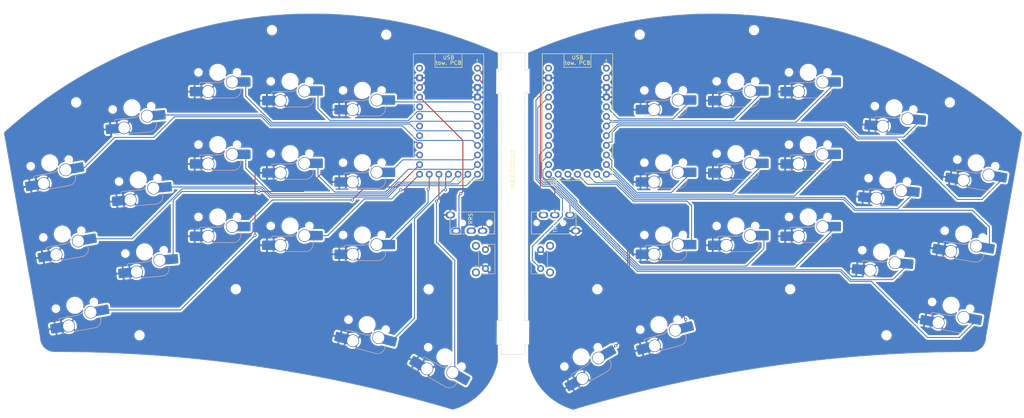
<source format=kicad_pcb>
(kicad_pcb (version 20221018) (generator pcbnew)
  (layers (0 "F.Cu" signal) (31 "B.Cu" signal) (34 "B.Paste" user) (35 "F.Paste" user) (36 "B.SilkS" user "B.Silkscreen") (37 "F.SilkS" user "F.Silkscreen") (38 "B.Mask" user) (39 "F.Mask" user) (44 "Edge.Cuts" user))
  (net 0 "")
  (net 1 "L_GND")
  (net 2 "L_TX")
  (net 3 "L_RX")
  (net 4 "L_VCC")
  (net 5 "L_MX1")
  (net 6 "L_MX2")
  (net 7 "L_MX3")
  (net 8 "L_MX4")
  (net 9 "L_MX5")
  (net 10 "L_MX6")
  (net 11 "L_MX7")
  (net 12 "L_MX8")
  (net 13 "L_MX9")
  (net 14 "L_MX10")
  (net 15 "L_MX11")
  (net 16 "L_MX12")
  (net 17 "L_MX13")
  (net 18 "L_MX14")
  (net 19 "L_MX15")
  (net 20 "L_MX16")
  (net 21 "L_MX17")
  (net 22 "L_RESET")
  (net 28 "R_GND")
  (net 29 "R_TX")
  (net 30 "R_RX")
  (net 31 "R_VCC")
  (net 32 "R_MX5")
  (net 33 "R_MX4")
  (net 34 "R_MX3")
  (net 35 "R_MX2")
  (net 36 "R_MX1")
  (net 37 "R_MX10")
  (net 38 "R_MX9")
  (net 39 "R_MX8")
  (net 40 "R_MX7")
  (net 41 "R_MX6")
  (net 42 "R_MX15")
  (net 43 "R_MX14")
  (net 44 "R_MX13")
  (net 45 "R_MX12")
  (net 46 "R_MX11")
  (net 47 "R_MX17")
  (net 48 "R_MX16")
  (net 49 "R_RESET")
  (footprint "sepp:SW_MX_HS_1u" (layer "F.Cu") (at 188.1069 87.307)
    (fp_text reference "MX28" hide)
    (fp_text value "MX_SW_HS" hide)
  )
  (footprint "sepp:MJ-4PP-9" (layer "F.Cu") (at 153.1334 84.13215 90)
    (fp_text reference "J2" hide)
    (fp_text value "MJ-4PP-9" hide)
  )
  (footprint "sepp:breakaway-mousebites" (layer "F.Cu") (at 152.204 113.015 90)
    (fp_text reference "H9" hide)
    (fp_text value "mousebites" hide)
  )
  (footprint "MountingHole:MountingHole_2.2mm_M2_DIN965" (layer "F.Cu") (at 246.8139 113.73)
    (fp_text reference "H6" hide)
    (fp_text value "MountingHole")
  )
  (footprint "sepp:SW_MX_HS_1u" (layer "F.Cu") (at 248.8135 53.807 -5)
    (fp_text reference "MX21" hide)
    (fp_text value "MX_SW_HS" hide)
  )
  (footprint "MountingHole:MountingHole_2.2mm_M2_DIN965" (layer "F.Cu") (at 126.1983 101.5936)
    (fp_text reference "H4" hide)
    (fp_text value "MountingHole")
  )
  (footprint "sepp:MJ-4PP-9" (layer "F.Cu") (at 143.7101 84.1322 -90)
    (fp_text reference "J1" hide)
    (fp_text value "MJ-4PP-9" hide)
  )
  (footprint "sepp:SW_MX_HS_1u" (layer "F.Cu") (at 188.1069 68.2582)
    (fp_text reference "MX23" hide)
    (fp_text value "MX_SW_HS" hide)
  )
  (footprint "sepp:SW_MX_HS_1u" (layer "F.Cu") (at 108.7369 49.2094)
    (fp_text reference "MX5" hide)
    (fp_text value "MX_SW_HS" hide)
  )
  (footprint "MountingHole:MountingHole_2.2mm_M2_DIN965" (layer "F.Cu") (at 33.3354 52.3842)
    (fp_text reference "H1" hide)
    (fp_text value "MountingHole")
  )
  (footprint "sepp:SW_MX_HS_1u" (layer "F.Cu") (at 130.4869 119.432 -30)
    (fp_text reference "MX17" hide)
    (fp_text value "MX_SW_HS" hide)
  )
  (footprint "MountingHole:MountingHole_2.2mm_M2_DIN965" (layer "F.Cu") (at 84.9259 33.3354)
    (fp_text reference "H5" hide)
    (fp_text value "MountingHole")
  )
  (footprint "sepp:SW_MX_HS_1u" (layer "F.Cu") (at 29.6833 87.071 10)
    (fp_text reference "MX6" hide)
    (fp_text value "MX_SW_HS" hide)
  )
  (footprint "sepp:SW_MX_HS_1u" (layer "F.Cu") (at 89.6881 65.8832)
    (fp_text reference "MX9" hide)
    (fp_text value "MX_SW_HS" hide)
  )
  (footprint "sepp:SW_MX_HS_1u" (layer "F.Cu") (at 89.6881 84.932)
    (fp_text reference "MX14" hide)
    (fp_text value "MX_SW_HS" hide)
  )
  (footprint "sepp:SW_MX_HS_1u" (layer "F.Cu") (at 70.6393 82.557)
    (fp_text reference "MX13" hide)
    (fp_text value "MX_SW_HS" hide)
  )
  (footprint "sepp:top_reset" (layer "F.Cu") (at 156.9454 93.65615 90)
    (fp_text reference "SW2" hide)
    (fp_text value "SW_Push" hide)
  )
  (footprint "MountingHole:MountingHole_2.2mm_M2_DIN965" (layer "F.Cu") (at 50.03 113.73)
    (fp_text reference "H2" hide)
    (fp_text value "MountingHole")
  )
  (footprint "sepp:breakaway-mousebites" (layer "F.Cu") (at 144.621 46.865 -90)
    (fp_text reference "H11" hide)
    (fp_text value "mousebites" hide)
  )
  (footprint "marbastlib-xp-promicroish:Liatris_AH_USBdn" (layer "F.Cu") (at 131.4372 57.3365)
    (fp_text reference "U1" hide)
    (fp_text value "Liatris")
  )
  (footprint "sepp:SW_MX_HS_1u" (layer "F.Cu") (at 270.4595 68.31 -10)
    (fp_text reference "MX22" hide)
    (fp_text value "MX_SW_HS" hide)
  )
  (footprint "sepp:SW_MX_HS_1u" (layer "F.Cu") (at 26.3753 68.31 10)
    (fp_text reference "MX1" hide)
    (fp_text value "MX_SW_HS" hide)
  )
  (footprint "MountingHole:MountingHole_2.2mm_M2_DIN965" (layer "F.Cu") (at 263.5074 52.38415)
    (fp_text reference "H16" hide)
    (fp_text value "MountingHole")
  )
  (footprint "MountingHole:MountingHole_2.2mm_M2_DIN965" (layer "F.Cu") (at 115.03 34.53)
    (fp_text reference "H7" hide)
    (fp_text value "MountingHole")
  )
  (footprint "sepp:SW_MX_HS_1u" (layer "F.Cu") (at 32.9913 105.832 10)
    (fp_text reference "MX11" hide)
    (fp_text value "MX_SW_HS" hide)
  )
  (footprint "sepp:SW_MX_HS_1u" (layer "F.Cu") (at 226.2045 44.4594)
    (fp_text reference "MX20" hide)
    (fp_text value "MX_SW_HS" hide)
  )
  (footprint "sepp:SW_MX_HS_1u" (layer "F.Cu") (at 109.9869 110.932 -15)
    (fp_text reference "MX16" hide)
    (fp_text value "MX_SW_HS" hide)
  )
  (footprint "sepp:SW_MX_HS_1u" (layer "F.Cu") (at 207.1557 65.8832)
    (fp_text reference "MX24" hide)
    (fp_text value "MX_SW_HS" hide)
  )
  (footprint "sepp:SW_MX_HS_1u" (layer "F.Cu") (at 48.0303 53.807 5)
    (fp_text reference "MX2" hide)
    (fp_text value "MX_SW_HS" hide)
  )
  (footprint "MountingHole:MountingHole_2.2mm_M2_DIN965" (layer "F.Cu") (at 211.9174 33.33515)
    (fp_text reference "H15" hide)
    (fp_text value "MountingHole")
  )
  (footprint "sepp:SW_MX_HS_1u" (layer "F.Cu") (at 226.2045 63.5082)
    (fp_text reference "MX25" hide)
    (fp_text value "MX_SW_HS" hide)
  )
  (footprint "sepp:SW_MX_HS_1u" (layer "F.Cu") (at 70.6393 44.4594)
    (fp_text reference "MX3" hide)
    (fp_text value "MX_SW_HS" hide)
  )
  (footprint "sepp:SW_MX_HS_1u" (layer "F.Cu") (at 267.1515 87.071 -10)
    (fp_text reference "MX27" hide)
    (fp_text value "MX_SW_HS" hide)
  )
  (footprint "sepp:SW_MX_HS_1u" (layer "F.Cu") (at 207.1557 84.932)
    (fp_text reference "MX29" hide)
    (fp_text value "MX_SW_HS" hide)
  )
  (footprint "sepp:SW_MX_HS_1u" (layer "F.Cu") (at 49.6903 72.785 5)
    (fp_text reference "MX7" hide)
    (fp_text value "MX_SW_HS" hide)
  )
  (footprint "sepp:SW_MX_HS_1u" (layer "F.Cu") (at 51.3503 91.763 5)
    (fp_text reference "MX12" hide)
    (fp_text value "MX_SW_HS" hide)
  )
  (footprint "sepp:SW_MX_HS_1u" (layer "F.Cu") (at 245.4935 91.763 -5)
    (fp_text reference "MX31" hide)
    (fp_text value "MX_SW_HS" hide)
  )
  (footprint "MountingHole:MountingHole_2.2mm_M2_DIN965" (layer "F.Cu") (at 181.8134 34.53015)
    (fp_text reference "H12" hide)
    (fp_text value "MountingHole")
  )
  (footprint "marbastlib-xp-promicroish:Liatris_AH_USBdn" (layer "F.Cu") (at 165.4064 57.33615)
    (fp_text reference "U2")
    (fp_text value "Liatris")
  )
  (footprint "sepp:SW_MX_HS_1u" (layer "F.Cu") (at 226.2045 82.557)
    (fp_text reference "MX30" hide)
    (fp_text value "MX_SW_HS" hide)
  )
  (footprint "sepp:SW_MX_HS_1u" (layer "F.Cu") (at 166.3569 119.432 30)
    (fp_text reference "MX33" hide)
    (fp_text value "MX_SW_HS" hide)
  )
  (footprint "sepp:SW_MX_HS_1u" (layer "F.Cu") (at 188.1064 49.20915)
    (fp_text reference "MX18" hide)
    (fp_text value "MX_SW_HS" hide)
  )
  (footprint "sepp:SW_MX_HS_1u" (layer "F.Cu") (at 89.6881 46.8344)
    (fp_text reference "MX4" hide)
    (fp_text value "MX_SW_HS" hide)
  )
  (footprint "sepp:SW_MX_HS_1u" (layer "F.Cu") (at 263.8435 105.832 -10)
    (fp_text reference "MX32" hide)
    (fp_text value "MX_SW_HS" hide)
  )
  (footprint "sepp:SW_MX_HS_1u" (layer "F.Cu") (at 247.1535 72.785 -5)
    (fp_text reference "MX26" hide)
    (fp_text value "MX_SW_HS" hide)
  )
  (footprint "MountingHole:MountingHole_2.2mm_M2_DIN965" (layer "F.Cu") (at 170.6449 101.594)
    (fp_text reference "H18" hide)
    (fp_text value "MountingHole")
  )
  (footprint "MountingHole:MountingHole_2.2mm_M2_DIN965" (layer "F.Cu") (at 221.4419 101.594)
    (fp_text reference "H14" hide)
    (fp_text value "MountingHole")
  )
  (footprint "sepp:top_reset" (layer "F.Cu") (at 139.8986 93.6566 -90)
    (fp_text reference "SW1" hide)
    (fp_text value "SW_Push" hide)
  )
  (footprint "sepp:SW_MX_HS_1u" (layer "F.Cu") (at 108.7369 68.2582)
    (fp_text reference "MX10" hide)
    (fp_text value "MX_SW_HS" hide)
  )
  (footprint "sepp:SW_MX_HS_1u" (layer "F.Cu") (at 186.8569 110.932 15)
    (fp_text reference "MX34" hide)
    (fp_text value "MX_SW_HS" hide)
  )
  (footprint "sepp:SW_MX_HS_1u" (layer "F.Cu") (at 70.6393 63.5082)
    (fp_text reference "MX8" hide)
    (fp_text value "MX_SW_HS" hide)
  )
  (footprint "sepp:SW_MX_HS_1u" (layer "F.Cu") (at 108.7369 87.307)
    (fp_text reference "MX15" hide)
    (fp_text value "MX_SW_HS" hide)
  )
  (footprint "sepp:breakaway-mousebites" (layer "F.Cu") (at 144.621 113.01 -90)
    (fp_text reference "H10" hide)
    (fp_text value "mousebites" hide)
  )
  (footprint "MountingHole:MountingHole_2.2mm_M2_DIN965" (layer "F.Cu") (at 75.4015 101.5936)
    (fp_text reference "H3" hide)
    (fp_text value "MountingHole")
  )
  (footprint "sepp:breakaway-mousebites" (layer "F.Cu") (at 152.279 46.865 90)
    (fp_text reference "H8" hide)
    (fp_text value "mousebites" hide)
  )
  (footprint "sepp:SW_MX_HS_1u" (layer "F.Cu") (at 207.1557 46.8344)
    (fp_text reference "MX19" hide)
    (fp_text value "MX_SW_HS" hide)
  )
  (gr_line (start 151.5688 116.05) (end 152.387 116.05) (stroke (width 0.1)) (layer "Edge.Cuts"))
  (gr_line (start 151.5688 116.05) (end 151.5688 118.775) (stroke (width 0.1)) (layer "Edge.Cuts"))
  (gr_arc (start 164.2959 133.3416) (mid 156.574248 128.650346) (end 152.3904 120.6424) (stroke (width 0.1)) (layer "Edge.Cuts"))
  (gr_arc (start 152.3904 39.28815) (mid 220.589328 30.52367) (end 282.557199 60.3212) (stroke (width 0.1)) (layer "Edge.Cuts"))
  (gr_line (start 151.5688 109.925) (end 151.5597 49.875) (stroke (width 0.1)) (layer "Edge.Cuts"))
  (gr_line (start 145.2682 118.775) (end 151.5688 118.775) (stroke (width 0.1)) (layer "Edge.Cuts"))
  (gr_line (start 151.5688 109.925) (end 152.387 109.925) (stroke (width 0.1)) (layer "Edge.Cuts"))
  (gr_line (start 273.0328 114.2928) (end 282.5572 60.3212) (stroke (width 0.1)) (layer "Edge.Cuts"))
  (gr_arc (start 14.286601 60.3212) (mid 76.254472 30.52367) (end 144.4534 39.28815) (stroke (width 0.1)) (layer "Edge.Cuts"))
  (gr_line (start 144.4568 43.88055) (end 145.275 43.88055) (stroke (width 0.1)) (layer "Edge.Cuts"))
  (gr_arc (start 27.7795 118.125122) (mid 80.714005 121.944401) (end 132.5479 133.3416) (stroke (width 0.1)) (layer "Edge.Cuts"))
  (gr_line (start 145.275 39.275) (end 151.5756 39.275) (stroke (width 0.1)) (layer "Edge.Cuts"))
  (gr_line (start 144.4568 43.88055) (end 144.4534 39.28815) (stroke (width 0.1)) (layer "Edge.Cuts"))
  (gr_line (start 144.475 109.925) (end 144.4659 49.875) (stroke (width 0.1)) (layer "Edge.Cuts"))
  (gr_line (start 144.4659 49.875) (end 145.2841 49.875) (stroke (width 0.1)) (layer "Edge.Cuts"))
  (gr_line (start 145.275 39.275) (end 145.275 43.88055) (stroke (width 0.1)) (layer "Edge.Cuts"))
  (gr_line (start 151.5756 43.88055) (end 152.3938 43.88055) (stroke (width 0.1)) (layer "Edge.Cuts"))
  (gr_line (start 144.4534 120.6424) (end 144.45 116.05) (stroke (width 0.1)) (layer "Edge.Cuts"))
  (gr_arc (start 27.7795 118.125122) (mid 24.97481 117.058553) (end 23.811 114.2928) (stroke (width 0.1)) (layer "Edge.Cuts"))
  (gr_line (start 145.2682 116.05) (end 145.2682 118.775) (stroke (width 0.1)) (layer "Edge.Cuts"))
  (gr_line (start 152.387 109.925) (end 152.3779 49.875) (stroke (width 0.1)) (layer "Edge.Cuts"))
  (gr_arc (start 164.2959 133.3416) (mid 216.129795 121.944401) (end 269.0643 118.125122) (stroke (width 0.1)) (layer "Edge.Cuts"))
  (gr_arc (start 273.0328 114.2928) (mid 271.868989 117.058554) (end 269.0643 118.125122) (stroke (width 0.1)) (layer "Edge.Cuts"))
  (gr_line (start 144.45 116.05) (end 145.2682 116.05) (stroke (width 0.1)) (layer "Edge.Cuts"))
  (gr_line (start 151.5597 49.875) (end 152.3779 49.875) (stroke (width 0.1)) (layer "Edge.Cuts"))
  (gr_line (start 152.3904 120.6424) (end 152.387 116.05) (stroke (width 0.1)) (layer "Edge.Cuts"))
  (gr_line (start 151.5756 39.275) (end 151.5756 43.88055) (stroke (width 0.1)) (layer "Edge.Cuts"))
  (gr_arc (start 144.4534 120.6424) (mid 140.269554 128.650344) (end 132.5479 133.3416) (stroke (width 0.1)) (layer "Edge.Cuts"))
  (gr_line (start 144.475 109.925) (end 145.2932 109.925) (stroke (width 0.1)) (layer "Edge.Cuts"))
  (gr_line (start 145.2932 109.925) (end 145.2841 49.875) (stroke (width 0.1)) (layer "Edge.Cuts"))
  (gr_line (start 14.2866 60.3212) (end 23.811 114.2928) (stroke (width 0.1)) (layer "Edge.Cuts"))
  (gr_line (start 152.3938 43.88055) (end 152.3904 39.28815) (stroke (width 0.1)) (layer "Edge.Cuts"))
  (gr_text "JLCJLCJLCJLC" (at 148.9 75.075 90) (layer "F.SilkS") (effects (font (size 1 1)) (justify left bottom)))
  (segment (start 140.4101 86.2322) (end 140.4101 83.868596) (width 0.25) (layer "F.Cu") (net 2))
  (segment (start 140.4693 46.682204) (end 140.4693 44.7786) (width 0.25) (layer "F.Cu") (net 2))
  (segment (start 142.7193 48.932204) (end 140.4693 46.682204) (width 0.25) (layer "F.Cu") (net 2))
  (segment (start 142.7193 81.559396) (end 142.7193 48.932204) (width 0.25) (layer "F.Cu") (net 2))
  (segment (start 140.4693 44.7786) (end 139.0572 43.3665) (width 0.25) (layer "F.Cu") (net 2))
  (segment (start 140.4101 83.868596) (end 142.7193 81.559396) (width 0.25) (layer "F.Cu") (net 2))
  (segment (start 142.2693 81.373) (end 142.2693 49.1186) (width 0.25) (layer "F.Cu") (net 3))
  (segment (start 142.2693 49.1186) (end 139.0572 45.9065) (width 0.25) (layer "F.Cu") (net 3))
  (segment (start 137.4101 86.2322) (end 142.2693 81.373) (width 0.25) (layer "F.Cu") (net 3))
  (segment (start 135.2022 75.8671) (end 135.2022 62.3715) (width 0.25) (layer "F.Cu") (net 4))
  (segment (start 135.2022 62.3715) (end 123.8172 50.9865) (width 0.25) (layer "F.Cu") (net 4))
  (segment (start 134.6693 76.4) (end 135.2022 75.8671) (width 0.25) (layer "F.Cu") (net 4))
  (via (at 134.6693 76.4) (size 0.8) (drill 0.4) (layers "F.Cu" "B.Cu") (net 4))
  (segment (start 134.173189 85.469111) (end 134.173189 76.896111) (width 0.25) (layer "B.Cu") (net 4))
  (segment (start 134.173189 76.896111) (end 134.6693 76.4) (width 0.25) (layer "B.Cu") (net 4))
  (segment (start 133.4101 86.2322) (end 134.173189 85.469111) (width 0.25) (layer "B.Cu") (net 4))
  (segment (start 123.1693 62.4) (end 137.7707 62.4) (width 0.25) (layer "B.Cu") (net 5))
  (segment (start 35.535939 69.533361) (end 43.4693 61.6) (width 0.25) (layer "B.Cu") (net 5))
  (segment (start 119.3193 58.55) (end 123.1693 62.4) (width 0.25) (layer "B.Cu") (net 5))
  (segment (start 137.7707 62.4) (end 139.0572 63.6865) (width 0.25) (layer "B.Cu") (net 5))
  (segment (start 84.546508 58.55) (end 119.3193 58.55) (width 0.25) (layer "B.Cu") (net 5))
  (segment (start 34.064551 69.533361) (end 35.535939 69.533361) (width 0.25) (layer "B.Cu") (net 5))
  (segment (start 82.142376 56.145868) (end 84.546508 58.55) (width 0.25) (layer "B.Cu") (net 5))
  (segment (start 59.2693 56.145868) (end 82.142376 56.145868) (width 0.25) (layer "B.Cu") (net 5))
  (segment (start 43.4693 61.6) (end 53.815168 61.6) (width 0.25) (layer "B.Cu") (net 5))
  (segment (start 53.815168 61.6) (end 59.2693 56.145868) (width 0.25) (layer "B.Cu") (net 5))
  (segment (start 55.583669 55.695868) (end 82.328772 55.695868) (width 0.25) (layer "B.Cu") (net 6))
  (segment (start 121.31644 58.1) (end 123.06644 59.85) (width 0.25) (layer "B.Cu") (net 6))
  (segment (start 82.328772 55.695868) (end 84.732904 58.1) (width 0.25) (layer "B.Cu") (net 6))
  (segment (start 123.06644 59.85) (end 137.7607 59.85) (width 0.25) (layer "B.Cu") (net 6))
  (segment (start 84.732904 58.1) (end 121.31644 58.1) (width 0.25) (layer "B.Cu") (net 6))
  (segment (start 137.7607 59.85) (end 139.0572 61.1465) (width 0.25) (layer "B.Cu") (net 6))
  (segment (start 77.9993 46.9994) (end 77.9993 50.73) (width 0.25) (layer "B.Cu") (net 7))
  (segment (start 121.439428 57.35) (end 137.8007 57.35) (width 0.25) (layer "B.Cu") (net 7))
  (segment (start 137.8007 57.35) (end 139.0572 58.6065) (width 0.25) (layer "B.Cu") (net 7))
  (segment (start 77.9993 50.73) (end 84.9193 57.65) (width 0.25) (layer "B.Cu") (net 7))
  (segment (start 84.9193 57.65) (end 121.139428 57.65) (width 0.25) (layer "B.Cu") (net 7))
  (segment (start 121.139428 57.65) (end 121.439428 57.35) (width 0.25) (layer "B.Cu") (net 7))
  (segment (start 97.0481 53.9788) (end 100.2693 57.2) (width 0.25) (layer "B.Cu") (net 8))
  (segment (start 137.7907 54.8) (end 139.0572 56.0665) (width 0.25) (layer "B.Cu") (net 8))
  (segment (start 123.2193 54.8) (end 137.7907 54.8) (width 0.25) (layer "B.Cu") (net 8))
  (segment (start 120.8193 57.2) (end 123.2193 54.8) (width 0.25) (layer "B.Cu") (net 8))
  (segment (start 97.0481 49.3744) (end 97.0481 53.9788) (width 0.25) (layer "B.Cu") (net 8))
  (segment (start 100.2693 57.2) (end 120.8193 57.2) (width 0.25) (layer "B.Cu") (net 8))
  (segment (start 137.7807 52.25) (end 139.0572 53.5265) (width 0.25) (layer "B.Cu") (net 9))
  (segment (start 116.5975 52.25) (end 137.7807 52.25) (width 0.25) (layer "B.Cu") (net 9))
  (segment (start 116.0969 51.7494) (end 116.5975 52.25) (width 0.25) (layer "B.Cu") (net 9))
  (segment (start 82.120376 75.123868) (end 84.346508 77.35) (width 0.25) (layer "B.Cu") (net 10))
  (segment (start 136.0637 74.3) (end 139.0572 71.3065) (width 0.25) (layer "B.Cu") (net 10))
  (segment (start 61.2693 75.123868) (end 82.120376 75.123868) (width 0.25) (layer "B.Cu") (net 10))
  (segment (start 37.372551 88.294361) (end 48.098807 88.294361) (width 0.25) (layer "B.Cu") (net 10))
  (segment (start 115.41222 77.35) (end 118.46222 74.3) (width 0.25) (layer "B.Cu") (net 10))
  (segment (start 118.46222 74.3) (end 136.0637 74.3) (width 0.25) (layer "B.Cu") (net 10))
  (segment (start 84.346508 77.35) (end 115.41222 77.35) (width 0.25) (layer "B.Cu") (net 10))
  (segment (start 48.098807 88.294361) (end 61.2693 75.123868) (width 0.25) (layer "B.Cu") (net 10))
  (segment (start 82.306772 74.673868) (end 84.532904 76.9) (width 0.25) (layer "B.Cu") (net 11))
  (segment (start 84.532904 76.9) (end 115.225824 76.9) (width 0.25) (layer "B.Cu") (net 11))
  (segment (start 115.225824 76.9) (end 118.275824 73.85) (width 0.25) (layer "B.Cu") (net 11))
  (segment (start 133.9737 73.85) (end 136.5172 71.3065) (width 0.25) (layer "B.Cu") (net 11))
  (segment (start 118.275824 73.85) (end 133.9737 73.85) (width 0.25) (layer "B.Cu") (net 11))
  (segment (start 57.243669 74.673868) (end 82.306772 74.673868) (width 0.25) (layer "B.Cu") (net 11))
  (segment (start 118.089428 73.4) (end 131.8837 73.4) (width 0.25) (layer "B.Cu") (net 12))
  (segment (start 84.7193 76.45) (end 115.039428 76.45) (width 0.25) (layer "B.Cu") (net 12))
  (segment (start 131.8837 73.4) (end 133.9772 71.3065) (width 0.25) (layer "B.Cu") (net 12))
  (segment (start 77.9993 66.0482) (end 77.9993 69.73) (width 0.25) (layer "B.Cu") (net 12))
  (segment (start 77.9993 69.73) (end 84.7193 76.45) (width 0.25) (layer "B.Cu") (net 12))
  (segment (start 115.039428 76.45) (end 118.089428 73.4) (width 0.25) (layer "B.Cu") (net 12))
  (segment (start 97.0481 68.4232) (end 97.0481 71.5788) (width 0.25) (layer "B.Cu") (net 13))
  (segment (start 97.0481 71.5788) (end 101.4693 76) (width 0.25) (layer "B.Cu") (net 13))
  (segment (start 120.853032 70) (end 137.8237 70) (width 0.25) (layer "B.Cu") (net 13))
  (segment (start 114.853032 76) (end 120.853032 70) (width 0.25) (layer "B.Cu") (net 13))
  (segment (start 137.8237 70) (end 139.0572 68.7665) (width 0.25) (layer "B.Cu") (net 13))
  (segment (start 101.4693 76) (end 114.853032 76) (width 0.25) (layer "B.Cu") (net 13))
  (segment (start 116.0969 70.7982) (end 119.3951 67.5) (width 0.25) (layer "B.Cu") (net 14))
  (segment (start 137.7837 67.5) (end 139.0572 66.2265) (width 0.25) (layer "B.Cu") (net 14))
  (segment (start 119.3951 67.5) (end 137.7837 67.5) (width 0.25) (layer "B.Cu") (net 14))
  (segment (start 122.9307 62.8) (end 123.8172 63.6865) (width 0.25) (layer "F.Cu") (net 15))
  (segment (start 80.4693 64.8) (end 82.4693 62.8) (width 0.25) (layer "F.Cu") (net 15))
  (segment (start 80.4693 87.4) (end 80.4693 64.8) (width 0.25) (layer "F.Cu") (net 15))
  (segment (start 82.4693 62.8) (end 122.9307 62.8) (width 0.25) (layer "F.Cu") (net 15))
  (via (at 80.4693 87.4) (size 0.8) (drill 0.4) (layers "F.Cu" "B.Cu") (net 15))
  (segment (start 40.680551 107.055361) (end 60.813939 107.055361) (width 0.25) (layer "B.Cu") (net 15))
  (segment (start 60.813939 107.055361) (end 80.4693 87.4) (width 0.25) (layer "B.Cu") (net 15))
  (segment (start 118.6958 66.2265) (end 123.8172 66.2265) (width 0.25) (layer "F.Cu") (net 16))
  (segment (start 117.6693 65.2) (end 118.6958 66.2265) (width 0.25) (layer "F.Cu") (net 16))
  (segment (start 93.220932 75.848368) (end 103.8693 65.2) (width 0.25) (layer "F.Cu") (net 16))
  (segment (start 81.4693 75.848368) (end 93.220932 75.848368) (width 0.25) (layer "F.Cu") (net 16))
  (segment (start 103.8693 65.2) (end 117.6693 65.2) (width 0.25) (layer "F.Cu") (net 16))
  (via (at 81.4693 75.848368) (size 0.8) (drill 0.4) (layers "F.Cu" "B.Cu") (net 16))
  (segment (start 58.903669 93.651868) (end 58.903669 78.125895) (width 0.25) (layer "B.Cu") (net 16))
  (segment (start 58.903669 78.125895) (end 59.949432 77.080132) (width 0.25) (layer "B.Cu") (net 16))
  (segment (start 59.949432 77.080132) (end 61.181196 75.848368) (width 0.25) (layer "B.Cu") (net 16))
  (segment (start 61.181196 75.848368) (end 81.4693 75.848368) (width 0.25) (layer "B.Cu") (net 16))
  (segment (start 106.0693 78.0745) (end 109.4688 74.675) (width 0.25) (layer "F.Cu") (net 17))
  (segment (start 117.9087 74.675) (end 123.8172 68.7665) (width 0.25) (layer "F.Cu") (net 17))
  (segment (start 109.4688 74.675) (end 117.9087 74.675) (width 0.25) (layer "F.Cu") (net 17))
  (via (at 106.0693 78.0745) (size 0.8) (drill 0.4) (layers "F.Cu" "B.Cu") (net 17))
  (segment (start 77.9993 85.097) (end 85.0218 78.0745) (width 0.25) (layer "B.Cu") (net 17))
  (segment (start 85.0218 78.0745) (end 106.0693 78.0745) (width 0.25) (layer "B.Cu") (net 17))
  (segment (start 119.7237 75.4) (end 123.8172 71.3065) (width 0.25) (layer "F.Cu") (net 18))
  (segment (start 118.8693 75.4) (end 119.7237 75.4) (width 0.25) (layer "F.Cu") (net 18))
  (via (at 118.8693 75.4) (size 0.8) (drill 0.4) (layers "F.Cu" "B.Cu") (net 18))
  (segment (start 109.2693 77.8) (end 116.4693 77.8) (width 0.25) (layer "B.Cu") (net 18))
  (segment (start 116.4693 77.8) (end 118.8693 75.4) (width 0.25) (layer "B.Cu") (net 18))
  (segment (start 99.5973 87.472) (end 109.2693 77.8) (width 0.25) (layer "B.Cu") (net 18))
  (segment (start 97.0481 87.472) (end 99.5973 87.472) (width 0.25) (layer "B.Cu") (net 18))
  (segment (start 126.0693 75.2) (end 126.3572 74.9121) (width 0.25) (layer "F.Cu") (net 19))
  (segment (start 126.3572 74.9121) (end 126.3572 71.3065) (width 0.25) (layer "F.Cu") (net 19))
  (via (at 126.0693 75.2) (size 0.8) (drill 0.4) (layers "F.Cu" "B.Cu") (net 19))
  (segment (start 126.0693 78.8) (end 126.0693 75.2) (width 0.25) (layer "B.Cu") (net 19))
  (segment (start 116.0969 89.847) (end 116.0969 88.7724) (width 0.25) (layer "B.Cu") (net 19))
  (segment (start 116.0969 88.7724) (end 125.4693 79.4) (width 0.25) (layer "B.Cu") (net 19))
  (segment (start 125.4693 79.4) (end 126.0693 78.8) (width 0.25) (layer "B.Cu") (net 19))
  (segment (start 130.6693 75.4) (end 130.6693 72.0744) (width 0.25) (layer "F.Cu") (net 20))
  (segment (start 130.6693 72.0744) (end 131.4372 71.3065) (width 0.25) (layer "F.Cu") (net 20))
  (via (at 130.6693 75.4) (size 0.8) (drill 0.4) (layers "F.Cu" "B.Cu") (net 20))
  (segment (start 122.4693 83.036396) (end 126.087498 79.418198) (width 0.25) (layer "B.Cu") (net 20))
  (segment (start 122.4693 98.6) (end 122.4693 83.036396) (width 0.25) (layer "B.Cu") (net 20))
  (segment (start 116.438714 115.29036) (end 122.4693 109.259774) (width 0.25) (layer "B.Cu") (net 20))
  (segment (start 130.105696 75.4) (end 130.6693 75.4) (width 0.25) (layer "B.Cu") (net 20))
  (segment (start 122.4693 109.259774) (end 122.4693 98.6) (width 0.25) (layer "B.Cu") (net 20))
  (segment (start 126.087498 79.418198) (end 130.105696 75.4) (width 0.25) (layer "B.Cu") (net 20))
  (segment (start 128.2693 78.4) (end 128.8972 77.7721) (width 0.25) (layer "F.Cu") (net 21))
  (segment (start 128.8972 77.7721) (end 128.8972 71.3065) (width 0.25) (layer "F.Cu") (net 21))
  (via (at 128.2693 78.4) (size 0.8) (drill 0.4) (layers "F.Cu" "B.Cu") (net 21))
  (segment (start 133.0693 94) (end 128.4693 89.4) (width 0.25) (layer "B.Cu") (net 21))
  (segment (start 128.2693 89.2) (end 128.2693 78.4) (width 0.25) (layer "B.Cu") (net 21))
  (segment (start 135.590847 125.311705) (end 133.0693 122.790158) (width 0.25) (layer "B.Cu") (net 21))
  (segment (start 128.4693 89.4) (end 128.2693 89.2) (width 0.25) (layer "B.Cu") (net 21))
  (segment (start 133.0693 122.790158) (end 133.0693 94) (width 0.25) (layer "B.Cu") (net 21))
  (segment (start 141.246396 44.9193) (end 140.498198 44.171102) (width 0.25) (layer "F.Cu") (net 22))
  (segment (start 140.498198 42.628898) (end 139.4693 41.6) (width 0.25) (layer "F.Cu") (net 22))
  (segment (start 143.1693 48.745808) (end 141.246396 46.822904) (width 0.25) (layer "F.Cu") (net 22))
  (segment (start 141.246396 46.822904) (end 141.246396 44.9193) (width 0.25) (layer "F.Cu") (net 22))
  (segment (start 140.498198 44.171102) (end 140.498198 42.628898) (width 0.25) (layer "F.Cu") (net 22))
  (segment (start 130.6637 41.6) (end 123.8172 48.4465) (width 0.25) (layer "F.Cu") (net 22))
  (segment (start 143.1693 81.5) (end 143.1693 48.745808) (width 0.25) (layer "F.Cu") (net 22))
  (segment (start 143.4693 81.8) (end 143.1693 81.5) (width 0.25) (layer "F.Cu") (net 22))
  (segment (start 139.4693 41.6) (end 130.6637 41.6) (width 0.25) (layer "F.Cu") (net 22))
  (segment (start 141.1486 91.1566) (end 143.4693 88.8359) (width 0.25) (layer "F.Cu") (net 22))
  (segment (start 143.4693 88.8359) (end 143.4693 81.8) (width 0.25) (layer "F.Cu") (net 22))
  (segment (start 174.58 44.35255) (end 173.0264 45.90615) (width 0.25) (layer "F.Cu") (net 29))
  (segment (start 155.63 42.653604) (end 156.983604 41.3) (width 0.25) (layer "F.Cu") (net 29))
  (segment (start 173.18 41.3) (end 174.58 42.7) (width 0.25) (layer "F.Cu") (net 29))
  (segment (start 155.63 74.57) (end 155.63 42.653604) (width 0.25) (layer "F.Cu") (net 29))
  (segment (start 154.21 75.99) (end 155.63 74.57) (width 0.25) (layer "F.Cu") (net 29))
  (segment (start 156.4334 82.03215) (end 154.21 79.80875) (width 0.25) (layer "F.Cu") (net 29))
  (segment (start 156.983604 41.3) (end 173.18 41.3) (width 0.25) (layer "F.Cu") (net 29))
  (segment (start 154.21 79.80875) (end 154.21 75.99) (width 0.25) (layer "F.Cu") (net 29))
  (segment (start 174.58 42.7) (end 174.58 44.35255) (width 0.25) (layer "F.Cu") (net 29))
  (segment (start 156.08 71.93) (end 159.4334 75.2834) (width 0.25) (layer "F.Cu") (net 30))
  (segment (start 159.4334 75.2834) (end 159.4334 82.03215) (width 0.25) (layer "F.Cu") (net 30))
  (segment (start 157.17 41.75) (end 156.08 42.84) (width 0.25) (layer "F.Cu") (net 30))
  (segment (start 171.41025 41.75) (end 157.17 41.75) (width 0.25) (layer "F.Cu") (net 30))
  (segment (start 156.08 42.84) (end 156.08 71.93) (width 0.25) (layer "F.Cu") (net 30))
  (segment (start 173.0264 43.36615) (end 171.41025 41.75) (width 0.25) (layer "F.Cu") (net 30))
  (segment (start 163.4334 79.038984) (end 158.444416 74.05) (width 0.25) (layer "B.Cu") (net 31))
  (segment (start 156.437208 74.05) (end 154.92 72.532792) (width 0.25) (layer "B.Cu") (net 31))
  (segment (start 154.92 72.532792) (end 154.92 53.85255) (width 0.25) (layer "B.Cu") (net 31))
  (segment (start 163.4334 82.03215) (end 163.4334 79.038984) (width 0.25) (layer "B.Cu") (net 31))
  (segment (start 154.92 53.85255) (end 157.7864 50.98615) (width 0.25) (layer "B.Cu") (net 31))
  (segment (start 158.444416 74.05) (end 156.437208 74.05) (width 0.25) (layer "B.Cu") (net 31))
  (segment (start 190.50555 56.71) (end 176.21025 56.71) (width 0.25) (layer "B.Cu") (net 32))
  (segment (start 195.4664 51.74915) (end 190.50555 56.71) (width 0.25) (layer "B.Cu") (net 32))
  (segment (start 176.21025 56.71) (end 173.0264 53.52615) (width 0.25) (layer "B.Cu") (net 32))
  (segment (start 174.12025 57.16) (end 173.0264 56.06615) (width 0.25) (layer "B.Cu") (net 33))
  (segment (start 214.5157 49.3744) (end 206.7301 57.16) (width 0.25) (layer "B.Cu") (net 33))
  (segment (start 206.7301 57.16) (end 174.12025 57.16) (width 0.25) (layer "B.Cu") (net 33))
  (segment (start 233.5645 46.9994) (end 222.9539 57.61) (width 0.25) (layer "B.Cu") (net 34))
  (segment (start 174.02255 57.61) (end 173.0264 58.60615) (width 0.25) (layer "B.Cu") (net 34))
  (segment (start 222.9539 57.61) (end 174.02255 57.61) (width 0.25) (layer "B.Cu") (net 34))
  (segment (start 239.46 61.53) (end 235.99 58.06) (width 0.25) (layer "B.Cu") (net 35))
  (segment (start 251.372918 61.53) (end 239.46 61.53) (width 0.25) (layer "B.Cu") (net 35))
  (segment (start 235.99 58.06) (end 176.11255 58.06) (width 0.25) (layer "B.Cu") (net 35))
  (segment (start 255.924117 56.978801) (end 251.372918 61.53) (width 0.25) (layer "B.Cu") (net 35))
  (segment (start 176.11255 58.06) (end 173.0264 61.14615) (width 0.25) (layer "B.Cu") (net 35))
  (segment (start 271.98 77.96) (end 265.53 77.96) (width 0.25) (layer "B.Cu") (net 36))
  (segment (start 265.53 77.96) (end 249.55 61.98) (width 0.25) (layer "B.Cu") (net 36))
  (segment (start 176.298946 58.51) (end 174.55 60.258946) (width 0.25) (layer "B.Cu") (net 36))
  (segment (start 277.266619 72.089462) (end 277.266619 72.673381) (width 0.25) (layer "B.Cu") (net 36))
  (segment (start 249.55 61.98) (end 239.26 61.98) (width 0.25) (layer "B.Cu") (net 36))
  (segment (start 173.88255 62.83) (end 173.0264 63.68615) (width 0.25) (layer "B.Cu") (net 36))
  (segment (start 174.55 60.258946) (end 174.55 62.83) (width 0.25) (layer "B.Cu") (net 36))
  (segment (start 235.79 58.51) (end 176.298946 58.51) (width 0.25) (layer "B.Cu") (net 36))
  (segment (start 277.266619 72.673381) (end 271.98 77.96) (width 0.25) (layer "B.Cu") (net 36))
  (segment (start 174.55 62.83) (end 173.88255 62.83) (width 0.25) (layer "B.Cu") (net 36))
  (segment (start 239.26 61.98) (end 235.79 58.51) (width 0.25) (layer "B.Cu") (net 36))
  (segment (start 181.036646 76.14) (end 174.44 69.543354) (width 0.25) (layer "B.Cu") (net 37))
  (segment (start 174.44 69.543354) (end 174.44 67.63975) (width 0.25) (layer "B.Cu") (net 37))
  (segment (start 190.1251 76.14) (end 181.036646 76.14) (width 0.25) (layer "B.Cu") (net 37))
  (segment (start 174.44 67.63975) (end 173.0264 66.22615) (width 0.25) (layer "B.Cu") (net 37))
  (segment (start 195.4669 70.7982) (end 190.1251 76.14) (width 0.25) (layer "B.Cu") (net 37))
  (segment (start 180.85025 76.59) (end 173.0264 68.76615) (width 0.25) (layer "B.Cu") (net 38))
  (segment (start 214.5157 68.4232) (end 206.3489 76.59) (width 0.25) (layer "B.Cu") (net 38))
  (segment (start 206.3489 76.59) (end 180.85025 76.59) (width 0.25) (layer "B.Cu") (net 38))
  (segment (start 180.663854 77.04) (end 174.930004 71.30615) (width 0.25) (layer "B.Cu") (net 39))
  (segment (start 174.930004 71.30615) (end 173.0264 71.30615) (width 0.25) (layer "B.Cu") (net 39))
  (segment (start 233.5645 66.0482) (end 222.5727 77.04) (width 0.25) (layer "B.Cu") (net 39))
  (segment (start 222.5727 77.04) (end 180.663854 77.04) (width 0.25) (layer "B.Cu") (net 39))
  (segment (start 176.047458 73.06) (end 172.24025 73.06) (width 0.25) (layer "B.Cu") (net 40))
  (segment (start 235.75 77.49) (end 180.477458 77.49) (width 0.25) (layer "B.Cu") (net 40))
  (segment (start 249.870918 80.35) (end 238.61 80.35) (width 0.25) (layer "B.Cu") (net 40))
  (segment (start 238.61 80.35) (end 235.75 77.49) (width 0.25) (layer "B.Cu") (net 40))
  (segment (start 254.264117 75.956801) (end 249.870918 80.35) (width 0.25) (layer "B.Cu") (net 40))
  (segment (start 172.24025 73.06) (end 170.4864 71.30615) (width 0.25) (layer "B.Cu") (net 40))
  (segment (start 180.477458 77.49) (end 176.047458 73.06) (width 0.25) (layer "B.Cu") (net 40))
  (segment (start 271.92 83.26) (end 269.46 80.8) (width 0.25) (layer "B.Cu") (net 41))
  (segment (start 273.958619 85.208619) (end 272.01 83.26) (width 0.25) (layer "B.Cu") (net 41))
  (segment (start 175.85 73.51) (end 170.15025 73.51) (width 0.25) (layer "B.Cu") (net 41))
  (segment (start 170.15025 73.51) (end 167.9464 71.30615) (width 0.25) (layer "B.Cu") (net 41))
  (segment (start 180.28 77.94) (end 175.85 73.51) (width 0.25) (layer "B.Cu") (net 41))
  (segment (start 238.41 80.8) (end 235.55 77.94) (width 0.25) (layer "B.Cu") (net 41))
  (segment (start 235.55 77.94) (end 180.28 77.94) (width 0.25) (layer "B.Cu") (net 41))
  (segment (start 273.958619 90.850462) (end 273.958619 85.208619) (width 0.25) (layer "B.Cu") (net 41))
  (segment (start 272.01 83.26) (end 271.92 83.26) (width 0.25) (layer "B.Cu") (net 41))
  (segment (start 269.46 80.8) (end 238.41 80.8) (width 0.25) (layer "B.Cu") (net 41))
  (segment (start 175.663604 73.96) (end 168.06025 73.96) (width 0.25) (layer "B.Cu") (net 42))
  (segment (start 168.06025 73.96) (end 165.4064 71.30615) (width 0.25) (layer "B.Cu") (net 42))
  (segment (start 180.093604 78.39) (end 175.663604 73.96) (width 0.25) (layer "B.Cu") (net 42))
  (segment (start 195.4669 79.5969) (end 194.26 78.39) (width 0.25) (layer "B.Cu") (net 42))
  (segment (start 195.4669 89.847) (end 195.4669 79.5969) (width 0.25) (layer "B.Cu") (net 42))
  (segment (start 194.26 78.39) (end 180.093604 78.39) (width 0.25) (layer "B.Cu") (net 42))
  (segment (start 157.7864 71.30615) (end 157.7864 72.25) (width 0.25) (layer "B.Cu") (net 43))
  (segment (start 181.779188 95.54) (end 209.89 95.54) (width 0.25) (layer "B.Cu") (net 43))
  (segment (start 165.2334 78.2934) (end 165.2334 78.994212) (width 0.25) (layer "B.Cu") (net 43))
  (segment (start 214.5157 90.9143) (end 214.5157 87.472) (width 0.25) (layer "B.Cu") (net 43))
  (segment (start 159.19 72.25) (end 165.2334 78.2934) (width 0.25) (layer "B.Cu") (net 43))
  (segment (start 209.89 95.54) (end 214.5157 90.9143) (width 0.25) (layer "B.Cu") (net 43))
  (segment (start 157.7864 72.25) (end 159.19 72.25) (width 0.25) (layer "B.Cu") (net 43))
  (segment (start 165.2334 78.994212) (end 181.779188 95.54) (width 0.25) (layer "B.Cu") (net 43))
  (segment (start 233.5645 85.097) (end 222.6715 95.99) (width 0.25) (layer "B.Cu") (net 44))
  (segment (start 181.592792 95.99) (end 164.7834 79.180608) (width 0.25) (layer "B.Cu") (net 44))
  (segment (start 164.7834 79.180608) (end 164.7834 78.479796) (width 0.25) (layer "B.Cu") (net 44))
  (segment (start 156.27 70.28255) (end 157.7864 68.76615) (width 0.25) (layer "B.Cu") (net 44))
  (segment (start 164.7834 78.479796) (end 159.003604 72.7) (width 0.25) (layer "B.Cu") (net 44))
  (segment (start 159.003604 72.7) (end 156.996396 72.7) (width 0.25) (layer "B.Cu") (net 44))
  (segment (start 156.996396 72.7) (end 156.27 71.973604) (width 0.25) (layer "B.Cu") (net 44))
  (segment (start 156.27 71.973604) (end 156.27 70.28255) (width 0.25) (layer "B.Cu") (net 44))
  (segment (start 222.6715 95.99) (end 181.592792 95.99) (width 0.25) (layer "B.Cu") (net 44))
  (segment (start 156.81 73.15) (end 155.82 72.16) (width 0.25) (layer "B.Cu") (net 45))
  (segment (start 164.3334 78.666192) (end 158.817208 73.15) (width 0.25) (layer "B.Cu") (net 45))
  (segment (start 155.82 68.19255) (end 157.7864 66.22615) (width 0.25) (layer "B.Cu") (net 45))
  (segment (start 248.468918 99.07) (end 237.43 99.07) (width 0.25) (layer "B.Cu") (net 45))
  (segment (start 181.406396 96.44) (end 164.3334 79.367004) (width 0.25) (layer "B.Cu") (net 45))
  (segment (start 237.43 99.07) (end 234.8 96.44) (width 0.25) (layer "B.Cu") (net 45))
  (segment (start 158.817208 73.15) (end 156.81 73.15) (width 0.25) (layer "B.Cu") (net 45))
  (segment (start 164.3334 79.367004) (end 164.3334 78.666192) (width 0.25) (layer "B.Cu") (net 45))
  (segment (start 252.604117 94.934801) (end 248.468918 99.07) (width 0.25) (layer "B.Cu") (net 45))
  (segment (start 234.8 96.44) (end 181.406396 96.44) (width 0.25) (layer "B.Cu") (net 45))
  (segment (start 155.82 72.16) (end 155.82 68.19255) (width 0.25) (layer "B.Cu") (net 45))
  (segment (start 156.623604 73.6) (end 155.37 72.346396) (width 0.25) (layer "B.Cu") (net 46))
  (segment (start 270.650619 109.611462) (end 266.11 114.152081) (width 0.25) (layer "B.Cu") (net 46))
  (segment (start 266.11 114.31) (end 257.62 114.31) (width 0.25) (layer "B.Cu") (net 46))
  (segment (start 155.37 72.346396) (end 155.37 66.10255) (width 0.25) (layer "B.Cu") (net 46))
  (segment (start 158.630812 73.6) (end 156.623604 73.6) (width 0.25) (layer "B.Cu") (net 46))
  (segment (start 163.8834 78.852588) (end 158.630812 73.6) (width 0.25) (layer "B.Cu") (net 46))
  (segment (start 266.11 114.152081) (end 266.11 114.31) (width 0.25) (layer "B.Cu") (net 46))
  (segment (start 237.243604 99.52) (end 234.613604 96.89) (width 0.25) (layer "B.Cu") (net 46))
  (segment (start 155.37 66.10255) (end 157.7864 63.68615) (width 0.25) (layer "B.Cu") (net 46))
  (segment (start 257.62 114.31) (end 242.83 99.52) (width 0.25) (layer "B.Cu") (net 46))
  (segment (start 163.8834 79.5534) (end 163.8834 78.852588) (width 0.25) (layer "B.Cu") (net 46))
  (segment (start 242.83 99.52) (end 237.243604 99.52) (width 0.25) (layer "B.Cu") (net 46))
  (segment (start 181.22 96.89) (end 163.8834 79.5534) (width 0.25) (layer "B.Cu") (net 46))
  (segment (start 234.613604 96.89) (end 181.22 96.89) (width 0.25) (layer "B.Cu") (net 46))
  (segment (start 178.62 113.35) (end 178.62 87.696146) (width 0.25) (layer "F.Cu") (net 47))
  (segment (start 163.733854 72.81) (end 161.83025 72.81) (width 0.25) (layer "F.Cu") (net 47))
  (segment (start 178.62 87.696146) (end 163.733854 72.81) (width 0.25) (layer "F.Cu") (net 47))
  (segment (start 161.83025 72.81) (end 160.3264 71.30615) (width 0.25) (layer "F.Cu") (net 47))
  (segment (start 175.51 116.46) (end 178.62 113.35) (width 0.25) (layer "F.Cu") (net 47))
  (via (at 175.51 116.46) (size 0.8) (drill 0.4) (layers "F.Cu" "B.Cu") (net 47))
  (segment (start 174.000847 117.951705) (end 174.018295 117.951705) (width 0.25) (layer "B.Cu") (net 47))
  (segment (start 174.018295 117.951705) (end 175.51 116.46) (width 0.25) (layer "B.Cu") (net 47))
  (segment (start 187.77 107.6) (end 192.13 107.6) (width 0.25) (layer "F.Cu") (net 48))
  (segment (start 179.07 87.50975) (end 179.07 98.9) (width 0.25) (layer "F.Cu") (net 48))
  (segment (start 192.13 107.6) (end 193.92 109.39) (width 0.25) (layer "F.Cu") (net 48))
  (segment (start 193.92 109.39) (end 193.92 109.55) (width 0.25) (layer "F.Cu") (net 48))
  (segment (start 162.8664 71.30615) (end 179.07 87.50975) (width 0.25) (layer "F.Cu") (net 48))
  (segment (start 179.07 98.9) (end 187.77 107.6) (width 0.25) (layer "F.Cu") (net 48))
  (via (at 193.92 109.55) (size 0.8) (drill 0.4) (layers "F.Cu" "B.Cu") (net 48))
  (segment (start 193.92 109.55) (end 193.92 110.777029) (width 0.25) (layer "B.Cu") (net 48))
  (segment (start 193.92 110.777029) (end 194.623514 111.480543) (width 0.25) (layer "B.Cu") (net 48))
  (segment (start 156.250812 74.5) (end 158.25802 74.5) (width 0.25) (layer "B.Cu") (net 49))
  (segment (start 154.47 72.719188) (end 156.250812 74.5) (width 0.25) (layer "B.Cu") (net 49))
  (segment (start 158.25802 74.5) (end 161.46 77.70198) (width 0.25) (layer "B.Cu") (net 49))
  (segment (start 161.46 82.36) (end 153.53 90.29) (width 0.25) (layer "B.Cu") (net 49))
  (segment (start 154.47 51.76255) (end 154.47 72.719188) (width 0.25) (layer "B.Cu") (net 49))
  (segment (start 161.46 77.70198) (end 161.46 82.36) (width 0.25) (layer "B.Cu") (net 49))
  (segment (start 157.7864 48.44615) (end 154.47 51.76255) (width 0.25) (layer "B.Cu") (net 49))
  (segment (start 153.53 93.99075) (end 155.6954 96.15615) (width 0.25) (layer "B.Cu") (net 49))
  (segment (start 153.53 90.29) (end 153.53 93.99075) (width 0.25) (layer "B.Cu") (net 49))
  (zone (net 0) (net_name "") (layer "B.Cu") (connect_pads (clearance 0)) (min_thickness 0.25)
    (keepout (tracks allowed) (vias allowed) (pads allowed) (copperpour not_allowed) (footprints allowed))
    (fill (thermal_gap 0.5) (thermal_bridge_width 0.5))
    (polygon (pts (xy 144 43.5) (xy 145.5 43.5) (xy 145.525 50.125) (xy 143.975 50.125)))
  )
  (zone (net 1) (net_name "L_GND") (layer "B.Cu") (connect_pads (clearance 0.5)) (min_thickness 0.25) (fill yes (thermal_gap 0.5) (thermal_bridge_width 0.5))
    (polygon (pts (xy 144.6693 37) (xy 102.0693 25.4) (xy 61.4693 30.2) (xy 35.8693 43.4) (xy 13.2693 59) (xy 23.0693 118.8) (xy 33.0693 119.8) (xy 64.0693 121.2) (xy 92.4693 125.4) (xy 124.2693 132.6) (xy 135.0693 135.6) (xy 141.8693 128.8) (xy 144.0693 123) (xy 144.6693 120.6)))
  )
  (zone (net 0) (net_name "") (layer "B.Cu") (connect_pads (clearance 0)) (min_thickness 0.25)
    (keepout (tracks allowed) (vias allowed) (pads allowed) (copperpour not_allowed) (footprints allowed))
    (fill (thermal_gap 0.5) (thermal_bridge_width 0.5))
    (polygon (pts (xy 144.15 109.75) (xy 145.6 109.75) (xy 145.6 116.25) (xy 144.1 116.25)))
  )
  (zone (net 0) (net_name "") (layer "B.Cu") (connect_pads (clearance 0)) (min_thickness 0.25)
    (keepout (tracks allowed) (vias allowed) (pads allowed) (copperpour not_allowed) (footprints allowed))
    (fill (thermal_gap 0.5) (thermal_bridge_width 0.5))
    (polygon (pts (xy 151.125 50) (xy 152.8 50.05) (xy 152.775 43.5) (xy 151.25 43.525)))
  )
  (zone (net 0) (net_name "") (layer "B.Cu") (connect_pads (clearance 0)) (min_thickness 0.25)
    (keepout (tracks allowed) (vias allowed) (pads allowed) (copperpour not_allowed) (footprints allowed))
    (fill (thermal_gap 0.5) (thermal_bridge_width 0.5))
    (polygon (pts (xy 151.375 116.15) (xy 152.65 116.175) (xy 152.7 109.825) (xy 151.225 109.8) (xy 151.275 116.15)))
  )
  (zone (net 28) (net_name "R_GND") (layer "B.Cu") (priority 1) (connect_pads (clearance 0.5)) (min_thickness 0.25) (fill yes (thermal_gap 0.5) (thermal_bridge_width 0.5))
    (polygon (pts (xy 152.25 37.05) (xy 152.175 122.7) (xy 155.85 129.6) (xy 163.875 134.15) (xy 172.875 132.35) (xy 207.55 125.4) (xy 249.7 120.9) (xy 271.975 119.475) (xy 274.05 115) (xy 283.05 59.475) (xy 263.55 43.75) (xy 236.125 32.35) (xy 214.375 28.275) (xy 197.45 27.475) (xy 176.25 30.15)))
  )
)
</source>
